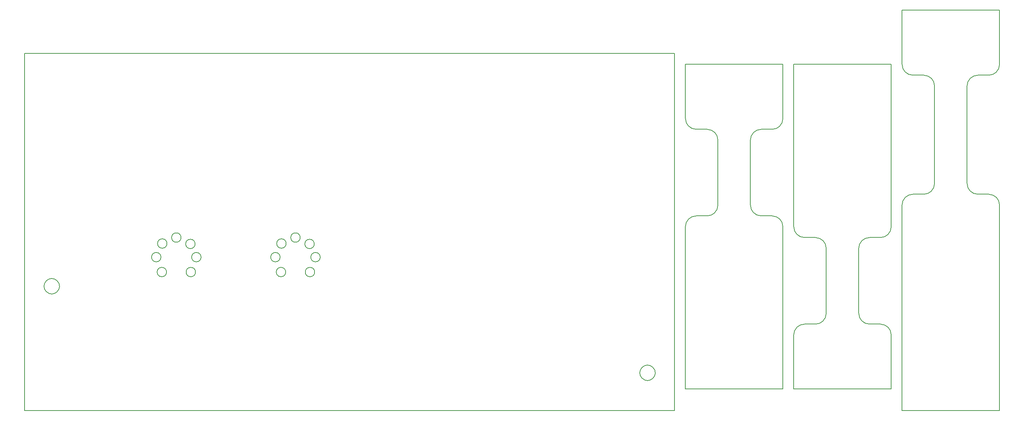
<source format=gbr>
G04 DesignSpark PCB Gerber Version 12.0 Build 5941*
G04 #@! TF.Part,Single*
%FSLAX35Y35*%
%MOIN*%
%ADD70C,0.00500*%
G04 #@! TD.AperFunction*
X0Y0D02*
D02*
D70*
X250Y330250D02*
Y250D01*
X600250D01*
Y330250D01*
X250D01*
X30250Y120250D02*
G75*
G03*
X20250Y110250I-5000J-5000D01*
G01*
G75*
G03*
X30250Y120250I5000J5000D01*
G01*
X121746Y146470D02*
G75*
G03*
Y137809I0J-4331D01*
G01*
G75*
G03*
Y146470I0J4331D01*
G01*
X126864Y132691D02*
G75*
G03*
Y124030I0J-4331D01*
G01*
G75*
G03*
Y132691I0J4331D01*
G01*
X127258Y159069D02*
G75*
G03*
Y150407I0J-4331D01*
G01*
G75*
G03*
Y159069I0J4331D01*
G01*
X140250Y164581D02*
G75*
G03*
Y155919I0J-4331D01*
G01*
G75*
G03*
Y164581I0J4331D01*
G01*
X153242Y158675D02*
G75*
G03*
Y150014I0J-4331D01*
G01*
G75*
G03*
Y158675I0J4331D01*
G01*
X153636Y132691D02*
G75*
G03*
Y124030I0J-4331D01*
G01*
G75*
G03*
Y132691I0J4331D01*
G01*
X158754Y146470D02*
G75*
G03*
Y137809I0J-4331D01*
G01*
G75*
G03*
Y146470I0J4331D01*
G01*
X231746D02*
G75*
G03*
Y137809I0J-4331D01*
G01*
G75*
G03*
Y146470I0J4331D01*
G01*
X236864Y132691D02*
G75*
G03*
Y124030I0J-4331D01*
G01*
G75*
G03*
Y132691I0J4331D01*
G01*
X237258Y159069D02*
G75*
G03*
Y150407I0J-4331D01*
G01*
G75*
G03*
Y159069I0J4331D01*
G01*
X250250Y164581D02*
G75*
G03*
Y155919I0J-4331D01*
G01*
G75*
G03*
Y164581I0J4331D01*
G01*
X263242Y158675D02*
G75*
G03*
Y150014I0J-4331D01*
G01*
G75*
G03*
Y158675I0J4331D01*
G01*
X263636Y132691D02*
G75*
G03*
Y124030I0J-4331D01*
G01*
G75*
G03*
Y132691I0J4331D01*
G01*
X268754Y146470D02*
G75*
G03*
Y137809I0J-4331D01*
G01*
G75*
G03*
Y146470I0J4331D01*
G01*
X580250Y40250D02*
G75*
G03*
X570250Y30250I-5000J-5000D01*
G01*
G75*
G03*
X580250Y40250I5000J5000D01*
G01*
X610250Y320250D02*
Y270250D01*
G75*
G03*
X620250Y260250I10000J0D01*
G01*
X630250D01*
G75*
G02*
X640250Y250250I0J-10000D01*
G01*
Y190250D01*
G75*
G02*
X630250Y180250I-10000J0D01*
G01*
X620250D01*
G75*
G03*
X610250Y170250I0J-10000D01*
G01*
Y20250D01*
X700250D01*
Y170250D01*
G75*
G03*
X690250Y180250I-10000J0D01*
G01*
X680250D01*
G75*
G02*
X670250Y190250I0J10000D01*
G01*
Y250250D01*
G75*
G02*
X680250Y260250I10000J0D01*
G01*
X690250D01*
G75*
G03*
X700250Y270250I0J10000D01*
G01*
Y320250D01*
X610250D01*
X800250Y20250D02*
Y70250D01*
G75*
G03*
X790250Y80250I-10000J0D01*
G01*
X780250D01*
G75*
G02*
X770250Y90250I0J10000D01*
G01*
Y150250D01*
G75*
G02*
X780250Y160250I10000J0D01*
G01*
X790250D01*
G75*
G03*
X800250Y170250I0J10000D01*
G01*
Y320250D01*
X710250D01*
Y170250D01*
G75*
G03*
X720250Y160250I10000J0D01*
G01*
X730250D01*
G75*
G02*
X740250Y150250I0J-10000D01*
G01*
Y90250D01*
G75*
G02*
X730250Y80250I-10000J0D01*
G01*
X720250D01*
G75*
G03*
X710250Y70250I0J-10000D01*
G01*
Y20250D01*
X800250D01*
X810250Y370250D02*
Y320250D01*
G75*
G03*
X820250Y310250I10000J0D01*
G01*
X830250D01*
G75*
G02*
X840250Y300250I0J-10000D01*
G01*
Y210250D01*
G75*
G02*
X830250Y200250I-10000J0D01*
G01*
X820250D01*
G75*
G03*
X810250Y190250I0J-10000D01*
G01*
Y250D01*
X900250D01*
Y190250D01*
G75*
G03*
X890250Y200250I-10000J0D01*
G01*
X880250D01*
G75*
G02*
X870250Y210250I0J10000D01*
G01*
Y300250D01*
G75*
G02*
X880250Y310250I10000J0D01*
G01*
X890250D01*
G75*
G03*
X900250Y320250I0J10000D01*
G01*
Y370250D01*
X810250D01*
X0Y0D02*
M02*

</source>
